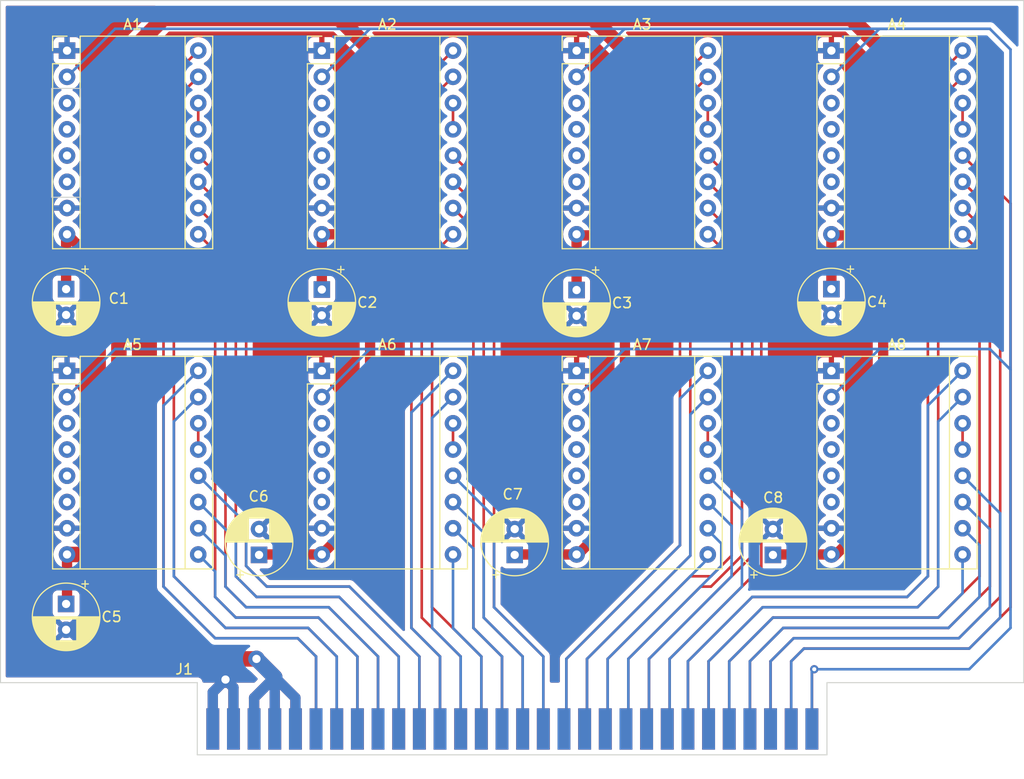
<source format=kicad_pcb>
(kicad_pcb (version 20211014) (generator pcbnew)
  (layers (0 "F.Cu" signal) (31 "B.Cu" signal) (34 "B.Paste" user) (35 "F.Paste" user) (36 "B.SilkS" user "B.Silkscreen") (37 "F.SilkS" user "F.Silkscreen") (38 "B.Mask" user) (39 "F.Mask" user) (44 "Edge.Cuts" user))
  (net 0 "")
  (net 1 "GND")
  (net 2 "+5V")
  (net 7 "VCC")
  (net 8 "A1EN")
  (net 9 "A1MS1")
  (net 10 "A1MS2")
  (net 11 "A1MS3")
  (net 12 "Net-(A1-Pad13)")
  (net 13 "A1STEP")
  (net 14 "DIR1")
  (net 19 "A2EN")
  (net 20 "A2MS1")
  (net 21 "A2MS2")
  (net 22 "A2MS3")
  (net 23 "Net-(A2-Pad13)")
  (net 24 "A2STEP")
  (net 25 "DIR2")
  (net 30 "A3EN")
  (net 31 "A3MS1")
  (net 32 "A3MS2")
  (net 33 "A3MS3")
  (net 34 "Net-(A3-Pad13)")
  (net 35 "A3STEP")
  (net 36 "DIR3")
  (net 41 "A4EN")
  (net 42 "A4MS1")
  (net 43 "A4MS2")
  (net 44 "A4MS3")
  (net 45 "Net-(A4-Pad13)")
  (net 46 "A4STEP")
  (net 47 "DIR4")
  (net 52 "A5EN")
  (net 53 "A5MS1")
  (net 54 "A5MS2")
  (net 55 "A5MS3")
  (net 56 "Net-(A5-Pad13)")
  (net 57 "A5STEP")
  (net 58 "DIR5")
  (net 63 "A6EN")
  (net 64 "A6MS1")
  (net 65 "A6MS2")
  (net 66 "A6MS3")
  (net 67 "Net-(A6-Pad13)")
  (net 68 "A6STEP")
  (net 69 "DIR6")
  (net 74 "A7EN")
  (net 75 "A7MS1")
  (net 76 "A7MS2")
  (net 77 "A7MS3")
  (net 78 "Net-(A7-Pad13)")
  (net 79 "A7STEP")
  (net 80 "DIR7")
  (net 85 "A8EN")
  (net 86 "A8MS1")
  (net 87 "A8MS2")
  (net 88 "A8MS3")
  (net 89 "Net-(A8-Pad13)")
  (net 90 "A8STEP")
  (net 91 "DIR8")
  (footprint "Capacitor_THT:CP_Radial_D6.3mm_P2.50mm" (layer "F.Cu") (at 134.25 101.93238 90)
    (fp_text reference "C6")
    (fp_text value "C_Polarized_US")
  )
  (footprint "Module:Pololu_Breakout-16_15.2x20.3mm" (layer "F.Cu") (at 189.66 84.11)
    (fp_text reference "A8")
    (fp_text value "Pololu_Breakout_A4988")
  )
  (footprint "Module:Pololu_Breakout-16_15.2x20.3mm" (layer "F.Cu") (at 164.993332 84.11)
    (fp_text reference "A7")
    (fp_text value "Pololu_Breakout_A4988")
  )
  (footprint "Module:Pololu_Breakout-16_15.2x20.3mm" (layer "F.Cu") (at 164.993332 53.11)
    (fp_text reference "A3")
    (fp_text value "Pololu_Breakout_A4988")
  )
  (footprint "Module:Pololu_Breakout-16_15.2x20.3mm" (layer "F.Cu") (at 140.326666 53.11)
    (fp_text reference "A2")
    (fp_text value "Pololu_Breakout_A4988")
  )
  (footprint "Capacitor_THT:CP_Radial_D6.3mm_P2.50mm" (layer "F.Cu") (at 159 101.93238 90)
    (fp_text reference "C7")
    (fp_text value "C_Polarized_US")
  )
  (footprint "Capacitor_THT:CP_Radial_D6.3mm_P2.50mm" (layer "F.Cu") (at 140.326666 76.24 -90)
    (fp_text reference "C2")
    (fp_text value "C_Polarized_US")
  )
  (footprint "Module:Pololu_Breakout-16_15.2x20.3mm" (layer "F.Cu") (at 115.66 53.11)
    (fp_text reference "A1")
    (fp_text value "Pololu_Breakout_A4988")
  )
  (footprint "Capacitor_THT:CP_Radial_D6.3mm_P2.50mm" (layer "F.Cu") (at 115.57 106.68 -90)
    (fp_text reference "C5")
    (fp_text value "C_Polarized_US")
  )
  (footprint "LIBRARIES:MEC2-30-01-J-TH1-NP-WT-EDGECARD" (layer "F.Cu") (at 128.27 121.285)
    (fp_text reference "J1")
    (fp_text value "MEC2-30-01-X-TH1-NP-WT")
  )
  (footprint "Capacitor_THT:CP_Radial_D6.3mm_P2.50mm" (layer "F.Cu") (at 115.57 76.2 -90)
    (fp_text reference "C1")
    (fp_text value "C_Polarized_US")
  )
  (footprint "Module:Pololu_Breakout-16_15.2x20.3mm" (layer "F.Cu") (at 140.326666 84.11)
    (fp_text reference "A6")
    (fp_text value "Pololu_Breakout_A4988")
  )
  (footprint "Module:Pololu_Breakout-16_15.2x20.3mm" (layer "F.Cu") (at 189.66 53.11)
    (fp_text reference "A4")
    (fp_text value "Pololu_Breakout_A4988")
  )
  (footprint "Capacitor_THT:CP_Radial_D6.3mm_P2.50mm" (layer "F.Cu") (at 189.66 76.2 -90)
    (fp_text reference "C4")
    (fp_text value "C_Polarized_US")
  )
  (footprint "Capacitor_THT:CP_Radial_D6.3mm_P2.50mm" (layer "F.Cu") (at 184 101.932379 90)
    (fp_text reference "C8")
    (fp_text value "C_Polarized_US")
  )
  (footprint "Capacitor_THT:CP_Radial_D6.3mm_P2.50mm" (layer "F.Cu") (at 164.993332 76.287621 -90)
    (fp_text reference "C3")
    (fp_text value "C_Polarized_US")
  )
  (footprint "Module:Pololu_Breakout-16_15.2x20.3mm" (layer "F.Cu") (at 115.66 84.11)
    (fp_text reference "A5")
    (fp_text value "Pololu_Breakout_A4988")
  )
  (gr_line (start 208.28 114.3) (end 208.28 48.26) (layer "Edge.Cuts") (width 0.1))
  (gr_line (start 208.28 48.26) (end 109.22 48.26) (layer "Edge.Cuts") (width 0.1))
  (gr_line (start 109.22 48.26) (end 109.22 114.3) (layer "Edge.Cuts") (width 0.1))
  (gr_line (start 128.27 121.285) (end 189.23 121.285) (layer "Edge.Cuts") (width 0.1))
  (gr_line (start 189.23 121.285) (end 189.23 114.3) (layer "Edge.Cuts") (width 0.1))
  (gr_rect (start 114.173 56.769) (end 116.967 67.31) (layer "Edge.Cuts") (width 0.1) (fill none))
  (gr_line (start 109.22 114.3) (end 128.27 114.3) (layer "Edge.Cuts") (width 0.1))
  (gr_line (start 189.23 114.3) (end 208.28 114.3) (layer "Edge.Cuts") (width 0.1))
  (gr_line (start 128.27 114.3) (end 128.27 121.285) (layer "Edge.Cuts") (width 0.1))
  (segment (start 131 114) (end 129.77 115.23) (width 1) (layer "F.Cu") (net 1))
  (segment (start 131 114) (end 131.77 114.77) (width 1) (layer "F.Cu") (net 1))
  (segment (start 131.77 114.77) (end 131.77 118.785) (width 1) (layer "F.Cu") (net 1))
  (segment (start 129.77 115.23) (end 129.77 118.785) (width 1) (layer "F.Cu") (net 1))
  (via (at 131 114) (size 1.6) (drill 0.8) (layers "F.Cu" "B.Cu") (net 1))
  (segment (start 126.18 109.18) (end 115.57 109.18) (width 1.5) (layer "B.Cu") (net 1))
  (segment (start 131.77 114.77) (end 131.77 118.785) (width 1) (layer "B.Cu") (net 1))
  (segment (start 131 114) (end 126.18 109.18) (width 1.5) (layer "B.Cu") (net 1))
  (segment (start 129.77 115.23) (end 129.77 118.785) (width 1) (layer "B.Cu") (net 1))
  (segment (start 131 114) (end 131.77 114.77) (width 1) (layer "B.Cu") (net 1))
  (segment (start 131 114) (end 129.77 115.23) (width 1) (layer "B.Cu") (net 1))
  (segment (start 187.77 113.23) (end 188 113) (width 0.254) (layer "F.Cu") (net 2))
  (segment (start 187.77 118.785) (end 187.77 113.23) (width 0.254) (layer "F.Cu") (net 2))
  (via (at 188 113) (size 0.8) (drill 0.4) (layers "F.Cu" "B.Cu") (net 2))
  (segment (start 207 109) (end 203 113) (width 0.254) (layer "B.Cu") (net 2))
  (segment (start 169.643332 51) (end 170 51) (width 0.254) (layer "B.Cu") (net 2))
  (segment (start 195 82) (end 170 82) (width 0.254) (layer "B.Cu") (net 2))
  (segment (start 145 82) (end 120.31 82) (width 0.254) (layer "B.Cu") (net 2))
  (segment (start 120.31 82) (end 115.66 86.65) (width 0.254) (layer "B.Cu") (net 2))
  (segment (start 205 51) (end 195 51) (width 0.254) (layer "B.Cu") (net 2))
  (segment (start 194.31 82) (end 195 82) (width 0.254) (layer "B.Cu") (net 2))
  (segment (start 207 53) (end 205 51) (width 0.254) (layer "B.Cu") (net 2))
  (segment (start 144.976666 82) (end 145 82) (width 0.254) (layer "B.Cu") (net 2))
  (segment (start 207 53) (end 207 84) (width 0.254) (layer "B.Cu") (net 2))
  (segment (start 120.31 51) (end 115.66 55.65) (width 0.254) (layer "B.Cu") (net 2))
  (segment (start 170 51) (end 120.31 51) (width 0.254) (layer "B.Cu") (net 2))
  (segment (start 140.326666 86.65) (end 144.976666 82) (width 0.254) (layer "B.Cu") (net 2))
  (segment (start 189.66 86.65) (end 194.31 82) (width 0.254) (layer "B.Cu") (net 2))
  (segment (start 207 84) (end 205 82) (width 0.254) (layer "B.Cu") (net 2))
  (segment (start 164.993332 86.65) (end 169.643332 82) (width 0.254) (layer "B.Cu") (net 2))
  (segment (start 169.643332 82) (end 170 82) (width 0.254) (layer "B.Cu") (net 2))
  (segment (start 189.66 55.65) (end 194.31 51) (width 0.254) (layer "B.Cu") (net 2))
  (segment (start 194.31 51) (end 195 51) (width 0.254) (layer "B.Cu") (net 2))
  (segment (start 188 113) (end 187.77 113.23) (width 0.254) (layer "B.Cu") (net 2))
  (segment (start 207 84) (end 207 109) (width 0.254) (layer "B.Cu") (net 2))
  (segment (start 203 113) (end 188 113) (width 0.254) (layer "B.Cu") (net 2))
  (segment (start 170 82) (end 145 82) (width 0.254) (layer "B.Cu") (net 2))
  (segment (start 164.993332 55.65) (end 169.643332 51) (width 0.254) (layer "B.Cu") (net 2))
  (segment (start 140.326666 55.65) (end 144.976666 51) (width 0.254) (layer "B.Cu") (net 2))
  (segment (start 205 82) (end 195 82) (width 0.254) (layer "B.Cu") (net 2))
  (segment (start 195 51) (end 170 51) (width 0.254) (layer "B.Cu") (net 2))
  (segment (start 187.77 113.23) (end 187.77 118.785) (width 0.254) (layer "B.Cu") (net 2))
  (segment (start 194.673334 69.11) (end 194.673334 97.326666) (width 1) (layer "F.Cu") (net 7))
  (segment (start 140.326666 101.89) (end 134.29238 101.89) (width 1) (layer "F.Cu") (net 7))
  (segment (start 164.993332 101.89) (end 159.04238 101.89) (width 1) (layer "F.Cu") (net 7))
  (segment (start 169.673334 69.11) (end 169.673334 97.326666) (width 1) (layer "F.Cu") (net 7))
  (segment (start 134 112) (end 135.77 113.77) (width 1.5) (layer "F.Cu") (net 7))
  (segment (start 133.77 118.785) (end 133.77 115.77) (width 1) (layer "F.Cu") (net 7))
  (segment (start 190 71) (end 192.783334 71) (width 1) (layer "F.Cu") (net 7))
  (segment (start 189.66 101.89) (end 184.042379 101.89) (width 1) (layer "F.Cu") (net 7))
  (segment (start 118.89 101.89) (end 115.66 101.89) (width 1.5) (layer "F.Cu") (net 7))
  (segment (start 165 71) (end 167.783334 71) (width 1) (layer "F.Cu") (net 7))
  (segment (start 194.673334 97.326666) (end 190 102) (width 1) (layer "F.Cu") (net 7))
  (segment (start 140.326666 70.89) (end 140.326666 76.24) (width 1) (layer "F.Cu") (net 7))
  (segment (start 142 50) (end 191.563334 50) (width 1.5) (layer "F.Cu") (net 7))
  (segment (start 145 53) (end 145 69) (width 1.5) (layer "F.Cu") (net 7))
  (segment (start 164.993332 70.89) (end 164.993332 76.287621) (width 1) (layer "F.Cu") (net 7))
  (segment (start 137.77 115.77) (end 135.77 113.77) (width 1) (layer "F.Cu") (net 7))
  (segment (start 135.77 118.785) (end 135.77 113.77) (width 1) (layer "F.Cu") (net 7))
  (segment (start 133.77 115.77) (end 135.77 113.77) (width 1) (layer "F.Cu") (net 7))
  (segment (start 145 69) (end 145 97.216666) (width 1) (layer "F.Cu") (net 7))
  (segment (start 120.68 54.32) (end 125 50) (width 1.5) (layer "F.Cu") (net 7))
  (segment (start 120.68 76.68) (end 120.68 54.32) (width 1.5) (layer "F.Cu") (net 7))
  (segment (start 184.042379 101.89) (end 184 101.932379) (width 1) (layer "F.Cu") (net 7))
  (segment (start 125 50) (end 142 50) (width 1.5) (layer "F.Cu") (net 7))
  (segment (start 115.66 70.89) (end 120.68 75.91) (width 1) (layer "F.Cu") (net 7))
  (segment (start 194.673334 53.11) (end 194.673334 69.11) (width 1.5) (layer "F.Cu") (net 7))
  (segment (start 191.563334 50) (end 194.673334 53.11) (width 1.5) (layer "F.Cu") (net 7))
  (segment (start 189.66 76.2) (end 189.66 70.89) (width 1) (layer "F.Cu") (net 7))
  (segment (start 169.673334 97.326666) (end 165 102) (width 1) (layer "F.Cu") (net 7))
  (segment (start 140.326666 70.89) (end 143.11 70.89) (width 1) (layer "F.Cu") (net 7))
  (segment (start 145 97.216666) (end 140.326666 101.89) (width 1) (layer "F.Cu") (net 7))
  (segment (start 120.68 103.68) (end 120.68 76.68) (width 1.5) (layer "F.Cu") (net 7))
  (segment (start 115.66 106.59) (end 115.57 106.68) (width 1) (layer "F.Cu") (net 7))
  (segment (start 120.68 75.91) (end 120.68 76.68) (width 1) (layer "F.Cu") (net 7))
  (segment (start 167.783334 71) (end 169.673334 69.11) (width 1) (layer "F.Cu") (net 7))
  (segment (start 143.11 70.89) (end 145 69) (width 1) (layer "F.Cu") (net 7))
  (segment (start 134.29238 101.89) (end 134.25 101.93238) (width 1) (layer "F.Cu") (net 7))
  (segment (start 169.673334 53.11) (end 169.673334 69.11) (width 1.5) (layer "F.Cu") (net 7))
  (segment (start 142 50) (end 145 53) (width 1.5) (layer "F.Cu") (net 7))
  (segment (start 115.57 76.2) (end 115.57 70.98) (width 1) (layer "F.Cu") (net 7))
  (segment (start 129 112) (end 120.68 103.68) (width 1.5) (layer "F.Cu") (net 7))
  (segment (start 120.68 103.68) (end 118.89 101.89) (width 1.5) (layer "F.Cu") (net 7))
  (segment (start 166.673334 50.11) (end 169.673334 53.11) (width 1.5) (layer "F.Cu") (net 7))
  (segment (start 192.783334 71) (end 194.673334 69.11) (width 1) (layer "F.Cu") (net 7))
  (segment (start 115.66 101.89) (end 115.66 106.59) (width 1) (layer "F.Cu") (net 7))
  (segment (start 137.77 118.785) (end 137.77 115.77) (width 1) (layer "F.Cu") (net 7))
  (segment (start 134 112) (end 129 112) (width 1.5) (layer "F.Cu") (net 7))
  (segment (start 159.04238 101.89) (end 159 101.93238) (width 1) (layer "F.Cu") (net 7))
  (segment (start 115.57 70.98) (end 115.66 70.89) (width 1) (layer "F.Cu") (net 7))
  (via (at 134 112) (size 1.6) (drill 0.8) (layers "F.Cu" "B.Cu") (net 7))
  (segment (start 137.77 118.785) (end 137.77 115.77) (width 1) (layer "B.Cu") (net 7))
  (segment (start 133.77 118.785) (end 133.77 115.77) (width 1) (layer "B.Cu") (net 7))
  (segment (start 137.77 115.77) (end 135.77 113.77) (width 1) (layer "B.Cu") (net 7))
  (segment (start 133.77 115.77) (end 135.77 113.77) (width 1) (layer "B.Cu") (net 7))
  (segment (start 134 112) (end 135.77 113.77) (width 1.5) (layer "B.Cu") (net 7))
  (segment (start 135.77 118.785) (end 135.77 113.77) (width 1) (layer "B.Cu") (net 7))
  (segment (start 132 108) (end 140 108) (width 0.254) (layer "F.Cu") (net 8))
  (segment (start 128.36 70.89) (end 130 72.53) (width 0.254) (layer "F.Cu") (net 8))
  (segment (start 130 72.53) (end 130 106) (width 0.254) (layer "F.Cu") (net 8))
  (segment (start 140 108) (end 143.77 111.77) (width 0.254) (layer "F.Cu") (net 8))
  (segment (start 143.77 111.77) (end 143.77 118.785) (width 0.254) (layer "F.Cu") (net 8))
  (segment (start 130 106) (end 132 108) (width 0.254) (layer "F.Cu") (net 8))
  (segment (start 131 105) (end 133 107) (width 0.254) (layer "F.Cu") (net 9))
  (segment (start 133 107) (end 141 107) (width 0.254) (layer "F.Cu") (net 9))
  (segment (start 145.77 111.77) (end 145.77 118.785) (width 0.254) (layer "F.Cu") (net 9))
  (segment (start 131 70.99) (end 131 105) (width 0.254) (layer "F.Cu") (net 9))
  (segment (start 128.36 68.35) (end 131 70.99) (width 0.254) (layer "F.Cu") (net 9))
  (segment (start 141 107) (end 145.77 111.77) (width 0.254) (layer "F.Cu") (net 9))
  (segment (start 142 106) (end 147.77 111.77) (width 0.254) (layer "F.Cu") (net 10))
  (segment (start 128.36 65.81) (end 132 69.45) (width 0.254) (layer "F.Cu") (net 10))
  (segment (start 132 104) (end 134 106) (width 0.254) (layer "F.Cu") (net 10))
  (segment (start 147.77 111.77) (end 147.77 118.785) (width 0.254) (layer "F.Cu") (net 10))
  (segment (start 134 106) (end 142 106) (width 0.254) (layer "F.Cu") (net 10))
  (segment (start 132 69.45) (end 132 104) (width 0.254) (layer "F.Cu") (net 10))
  (segment (start 143 105) (end 149.77 111.77) (width 0.254) (layer "F.Cu") (net 11))
  (segment (start 128.36 63.27) (end 133 67.91) (width 0.254) (layer "F.Cu") (net 11))
  (segment (start 133 103) (end 135 105) (width 0.254) (layer "F.Cu") (net 11))
  (segment (start 135 105) (end 143 105) (width 0.254) (layer "F.Cu") (net 11))
  (segment (start 149.77 111.77) (end 149.77 118.785) (width 0.254) (layer "F.Cu") (net 11))
  (segment (start 133 67.91) (end 133 103) (width 0.254) (layer "F.Cu") (net 11))
  (segment (start 128.36 58.19) (end 128.36 60.73) (width 0.254) (layer "F.Cu") (net 12))
  (segment (start 126 58.01) (end 126 104) (width 0.254) (layer "F.Cu") (net 13))
  (segment (start 126 104) (end 131 109) (width 0.254) (layer "F.Cu") (net 13))
  (segment (start 139 109) (end 141.77 111.77) (width 0.254) (layer "F.Cu") (net 13))
  (segment (start 131 109) (end 139 109) (width 0.254) (layer "F.Cu") (net 13))
  (segment (start 128.36 55.65) (end 126 58.01) (width 0.254) (layer "F.Cu") (net 13))
  (segment (start 141.77 111.77) (end 141.77 118.785) (width 0.254) (layer "F.Cu") (net 13))
  (segment (start 139.77 111.77) (end 139.77 118.785) (width 0.254) (layer "F.Cu") (net 14))
  (segment (start 138 110) (end 139.77 111.77) (width 0.254) (layer "F.Cu") (net 14))
  (segment (start 130 110) (end 138 110) (width 0.254) (layer "F.Cu") (net 14))
  (segment (start 125 105) (end 130 110) (width 0.254) (layer "F.Cu") (net 14))
  (segment (start 128.36 53.11) (end 125 56.47) (width 0.254) (layer "F.Cu") (net 14))
  (segment (start 125 56.47) (end 125 105) (width 0.254) (layer "F.Cu") (net 14))
  (segment (start 151 72.916666) (end 151 107) (width 0.254) (layer "F.Cu") (net 19))
  (segment (start 151 107) (end 155.77 111.77) (width 0.254) (layer "F.Cu") (net 19))
  (segment (start 155.77 111.77) (end 155.77 118.785) (width 0.254) (layer "F.Cu") (net 19))
  (segment (start 153.026666 70.89) (end 151 72.916666) (width 0.254) (layer "F.Cu") (net 19))
  (segment (start 153.026666 68.35) (end 155 70.323334) (width 0.254) (layer "F.Cu") (net 20))
  (segment (start 155 70.323334) (end 155 109) (width 0.254) (layer "F.Cu") (net 20))
  (segment (start 157.77 111.77) (end 157.77 118.785) (width 0.254) (layer "F.Cu") (net 20))
  (segment (start 155 109) (end 157.77 111.77) (width 0.254) (layer "F.Cu") (net 20))
  (segment (start 153.026666 65.81) (end 156 68.783334) (width 0.254) (layer "F.Cu") (net 21))
  (segment (start 159.77 111.77) (end 159.77 118.785) (width 0.254) (layer "F.Cu") (net 21))
  (segment (start 156 108) (end 159.77 111.77) (width 0.254) (layer "F.Cu") (net 21))
  (segment (start 156 68.783334) (end 156 108) (width 0.254) (layer "F.Cu") (net 21))
  (segment (start 153.026666 63.27) (end 157 67.243334) (width 0.254) (layer "F.Cu") (net 22))
  (segment (start 157 67.243334) (end 157 107) (width 0.254) (layer "F.Cu") (net 22))
  (segment (start 157 107) (end 161.77 111.77) (width 0.254) (layer "F.Cu") (net 22))
  (segment (start 161.77 111.77) (end 161.77 118.785) (width 0.254) (layer "F.Cu") (net 22))
  (segment (start 153.026666 58.19) (end 153.026666 60.73) (width 0.254) (layer "F.Cu") (net 23))
  (segment (start 153.77 111.77) (end 153.77 118.785) (width 0.254) (layer "F.Cu") (net 24))
  (segment (start 153.026666 55.65) (end 150 58.676666) (width 0.254) (layer "F.Cu") (net 24))
  (segment (start 150 58.676666) (end 150 108) (width 0.254) (layer "F.Cu") (net 24))
  (segment (start 150 108) (end 153.77 111.77) (width 0.254) (layer "F.Cu") (net 24))
  (segment (start 151.77 111.77) (end 151.77 118.785) (width 0.254) (layer "F.Cu") (net 25))
  (segment (start 149 57.136666) (end 149 109) (width 0.254) (layer "F.Cu") (net 25))
  (segment (start 153.026666 53.11) (end 149 57.136666) (width 0.254) (layer "F.Cu") (net 25))
  (segment (start 149 109) (end 151.77 111.77) (width 0.254) (layer "F.Cu") (net 25))
  (segment (start 177.693332 70.89) (end 180 73.196668) (width 0.254) (layer "F.Cu") (net 30))
  (segment (start 168 118.555) (end 167.77 118.785) (width 0.254) (layer "F.Cu") (net 30))
  (segment (start 180 73.196668) (end 180 102) (width 0.254) (layer "F.Cu") (net 30))
  (segment (start 176 104) (end 168 112) (width 0.254) (layer "F.Cu") (net 30))
  (segment (start 178 104) (end 176 104) (width 0.254) (layer "F.Cu") (net 30))
  (segment (start 180 102) (end 178 104) (width 0.254) (layer "F.Cu") (net 30))
  (segment (start 168 112) (end 168 118.555) (width 0.254) (layer "F.Cu") (net 30))
  (segment (start 181 102) (end 178 105) (width 0.254) (layer "F.Cu") (net 31))
  (segment (start 181 71.656668) (end 181 102) (width 0.254) (layer "F.Cu") (net 31))
  (segment (start 178 105) (end 177 105) (width 0.254) (layer "F.Cu") (net 31))
  (segment (start 177.693332 68.35) (end 181 71.656668) (width 0.254) (layer "F.Cu") (net 31))
  (segment (start 170 118.555) (end 169.77 118.785) (width 0.254) (layer "F.Cu") (net 31))
  (segment (start 170 112) (end 170 118.555) (width 0.254) (layer "F.Cu") (net 31))
  (segment (start 177 105) (end 170 112) (width 0.254) (layer "F.Cu") (net 31))
  (segment (start 172 112) (end 172 117) (width 0.254) (layer "F.Cu") (net 32))
  (segment (start 182 102) (end 172 112) (width 0.254) (layer "F.Cu") (net 32))
  (segment (start 177.693332 65.81) (end 182 70.116668) (width 0.254) (layer "F.Cu") (net 32))
  (segment (start 182 70.116668) (end 182 102) (width 0.254) (layer "F.Cu") (net 32))
  (segment (start 182.873489 103.126511) (end 174 112) (width 0.254) (layer "F.Cu") (net 33))
  (segment (start 182.873489 68.450157) (end 182.873489 103.126511) (width 0.254) (layer "F.Cu") (net 33))
  (segment (start 174 112) (end 174 117) (width 0.254) (layer "F.Cu") (net 33))
  (segment (start 177.693332 63.27) (end 182.873489 68.450157) (width 0.254) (layer "F.Cu") (net 33))
  (segment (start 177.693332 58.19) (end 177.693332 60.73) (width 0.254) (layer "F.Cu") (net 34))
  (segment (start 177.693332 55.65) (end 176 57.343332) (width 0.254) (layer "F.Cu") (net 35))
  (segment (start 176 102) (end 166 112) (width 0.254) (layer "F.Cu") (net 35))
  (segment (start 166 112) (end 166 117) (width 0.254) (layer "F.Cu") (net 35))
  (segment (start 176 57.343332) (end 176 102) (width 0.254) (layer "F.Cu") (net 35))
  (segment (start 164 112) (end 164 117) (width 0.254) (layer "F.Cu") (net 36))
  (segment (start 175 101) (end 164 112) (width 0.254) (layer "F.Cu") (net 36))
  (segment (start 175 55.803332) (end 175 101) (width 0.254) (layer "F.Cu") (net 36))
  (segment (start 177.693332 53.11) (end 175 55.803332) (width 0.254) (layer "F.Cu") (net 36))
  (segment (start 204 72.53) (end 204 104) (width 0.254) (layer "F.Cu") (net 41))
  (segment (start 200 108) (end 184 108) (width 0.254) (layer "F.Cu") (net 41))
  (segment (start 202.36 70.89) (end 204 72.53) (width 0.254) (layer "F.Cu") (net 41))
  (segment (start 204 104) (end 200 108) (width 0.254) (layer "F.Cu") (net 41))
  (segment (start 184 108) (end 179.77 112.23) (width 0.254) (layer "F.Cu") (net 41))
  (segment (start 179.77 112.23) (end 179.77 118.785) (width 0.254) (layer "F.Cu") (net 41))
  (segment (start 205 70.99) (end 205 105) (width 0.254) (layer "F.Cu") (net 42))
  (segment (start 181.77 112.23) (end 181.77 118.785) (width 0.254) (layer "F.Cu") (net 42))
  (segment (start 185 109) (end 181.77 112.23) (width 0.254) (layer "F.Cu") (net 42))
  (segment (start 201 109) (end 185 109) (width 0.254) (layer "F.Cu") (net 42))
  (segment (start 202.36 68.35) (end 205 70.99) (width 0.254) (layer "F.Cu") (net 42))
  (segment (start 205 105) (end 201 109) (width 0.254) (layer "F.Cu") (net 42))
  (segment (start 202 110) (end 186 110) (width 0.254) (layer "F.Cu") (net 43))
  (segment (start 183.77 112.23) (end 183.77 118.785) (width 0.254) (layer "F.Cu") (net 43))
  (segment (start 206 106) (end 202 110) (width 0.254) (layer "F.Cu") (net 43))
  (segment (start 186 110) (end 183.77 112.23) (width 0.254) (layer "F.Cu") (net 43))
  (segment (start 202.36 65.81) (end 206 69.45) (width 0.254) (layer "F.Cu") (net 43))
  (segment (start 206 69.45) (end 206 106) (width 0.254) (layer "F.Cu") (net 43))
  (segment (start 207 67.91) (end 207 107) (width 0.254) (layer "F.Cu") (net 44))
  (segment (start 202.36 63.27) (end 207 67.91) (width 0.254) (layer "F.Cu") (net 44))
  (segment (start 203 111) (end 187 111) (width 0.254) (layer "F.Cu") (net 44))
  (segment (start 185.77 112.23) (end 185.77 118.785) (width 0.254) (layer "F.Cu") (net 44))
  (segment (start 207 107) (end 203 111) (width 0.254) (layer "F.Cu") (net 44))
  (segment (start 187 111) (end 185.77 112.23) (width 0.254) (layer "F.Cu") (net 44))
  (segment (start 202.36 58.19) (end 202.36 60.73) (width 0.254) (layer "F.Cu") (net 45))
  (segment (start 200 58.01) (end 200 105) (width 0.254) (layer "F.Cu") (net 46))
  (segment (start 183 107) (end 177.77 112.23) (width 0.254) (layer "F.Cu") (net 46))
  (segment (start 202.36 55.65) (end 200 58.01) (width 0.254) (layer "F.Cu") (net 46))
  (segment (start 177.77 112.23) (end 177.77 118.785) (width 0.254) (layer "F.Cu") (net 46))
  (segment (start 200 105) (end 198 107) (width 0.254) (layer "F.Cu") (net 46))
  (segment (start 198 107) (end 183 107) (width 0.254) (layer "F.Cu") (net 46))
  (segment (start 197 106) (end 182 106) (width 0.254) (layer "F.Cu") (net 47))
  (segment (start 175.77 112.23) (end 175.77 118.785) (width 0.254) (layer "F.Cu") (net 47))
  (segment (start 199 56.47) (end 199 104) (width 0.254) (layer "F.Cu") (net 47))
  (segment (start 182 106) (end 175.77 112.23) (width 0.254) (layer "F.Cu") (net 47))
  (segment (start 199 104) (end 197 106) (width 0.254) (layer "F.Cu") (net 47))
  (segment (start 202.36 53.11) (end 199 56.47) (width 0.254) (layer "F.Cu") (net 47))
  (segment (start 132 108) (end 140 108) (width 0.254) (layer "B.Cu") (net 52))
  (segment (start 140 108) (end 143.77 111.77) (width 0.254) (layer "B.Cu") (net 52))
  (segment (start 128.36 101.89) (end 130 103.53) (width 0.254) (layer "B.Cu") (net 52))
  (segment (start 143.77 111.77) (end 143.77 118.785) (width 0.254) (layer "B.Cu") (net 52))
  (segment (start 130 106) (end 132 108) (width 0.254) (layer "B.Cu") (net 52))
  (segment (start 130 103.53) (end 130 106) (width 0.254) (layer "B.Cu") (net 52))
  (segment (start 133 107) (end 141 107) (width 0.254) (layer "B.Cu") (net 53))
  (segment (start 131 101.99) (end 131 105) (width 0.254) (layer "B.Cu") (net 53))
  (segment (start 131 105) (end 133 107) (width 0.254) (layer "B.Cu") (net 53))
  (segment (start 145.77 111.77) (end 145.77 118.785) (width 0.254) (layer "B.Cu") (net 53))
  (segment (start 141 107) (end 145.77 111.77) (width 0.254) (layer "B.Cu") (net 53))
  (segment (start 128.36 99.35) (end 131 101.99) (width 0.254) (layer "B.Cu") (net 53))
  (segment (start 147.77 111.77) (end 147.77 118.785) (width 0.254) (layer "B.Cu") (net 54))
  (segment (start 134 106) (end 142 106) (width 0.254) (layer "B.Cu") (net 54))
  (segment (start 142 106) (end 147.77 111.77) (width 0.254) (layer "B.Cu") (net 54))
  (segment (start 132 100.45) (end 132 104) (width 0.254) (layer "B.Cu") (net 54))
  (segment (start 132 104) (end 134 106) (width 0.254) (layer "B.Cu") (net 54))
  (segment (start 128.36 96.81) (end 132 100.45) (width 0.254) (layer "B.Cu") (net 54))
  (segment (start 128.36 94.27) (end 133 98.91) (width 0.254) (layer "B.Cu") (net 55))
  (segment (start 133 98.91) (end 133 103) (width 0.254) (layer "B.Cu") (net 55))
  (segment (start 143 105) (end 149.77 111.77) (width 0.254) (layer "B.Cu") (net 55))
  (segment (start 135 105) (end 143 105) (width 0.254) (layer "B.Cu") (net 55))
  (segment (start 149.77 111.77) (end 149.77 118.785) (width 0.254) (layer "B.Cu") (net 55))
  (segment (start 133 103) (end 135 105) (width 0.254) (layer "B.Cu") (net 55))
  (segment (start 128.36 89.19) (end 128.36 91.73) (width 0.254) (layer "F.Cu") (net 56))
  (segment (start 126 104) (end 131 109) (width 0.254) (layer "B.Cu") (net 57))
  (segment (start 131 109) (end 139 109) (width 0.254) (layer "B.Cu") (net 57))
  (segment (start 139 109) (end 141.77 111.77) (width 0.254) (layer "B.Cu") (net 57))
  (segment (start 141.77 111.77) (end 141.77 118.785) (width 0.254) (layer "B.Cu") (net 57))
  (segment (start 128.36 86.65) (end 126 89.01) (width 0.254) (layer "B.Cu") (net 57))
  (segment (start 126 89.01) (end 126 104) (width 0.254) (layer "B.Cu") (net 57))
  (segment (start 130 110) (end 138 110) (width 0.254) (layer "B.Cu") (net 58))
  (segment (start 128.36 84.11) (end 125 87.47) (width 0.254) (layer "B.Cu") (net 58))
  (segment (start 125 87.47) (end 125 105) (width 0.254) (layer "B.Cu") (net 58))
  (segment (start 138 110) (end 139.77 111.77) (width 0.254) (layer "B.Cu") (net 58))
  (segment (start 139.77 111.77) (end 139.77 118.785) (width 0.254) (layer "B.Cu") (net 58))
  (segment (start 125 105) (end 130 110) (width 0.254) (layer "B.Cu") (net 58))
  (segment (start 153.026666 101.89) (end 153.026666 109.026666) (width 0.254) (layer "B.Cu") (net 63))
  (segment (start 155.77 111.77) (end 155.77 118.785) (width 0.254) (layer "B.Cu") (net 63))
  (segment (start 153.026666 109.026666) (end 155.77 111.77) (width 0.254) (layer "B.Cu") (net 63))
  (segment (start 155 109) (end 157.77 111.77) (width 0.254) (layer "B.Cu") (net 64))
  (segment (start 157.77 111.77) (end 157.77 118.785) (width 0.254) (layer "B.Cu") (net 64))
  (segment (start 153.026666 99.35) (end 155 101.323334) (width 0.254) (layer "B.Cu") (net 64))
  (segment (start 155 101.323334) (end 155 109) (width 0.254) (layer "B.Cu") (net 64))
  (segment (start 156 108) (end 159.77 111.77) (width 0.254) (layer "B.Cu") (net 65))
  (segment (start 153.026666 96.81) (end 156 99.783334) (width 0.254) (layer "B.Cu") (net 65))
  (segment (start 156 99.783334) (end 156 108) (width 0.254) (layer "B.Cu") (net 65))
  (segment (start 159.77 111.77) (end 159.77 118.785) (width 0.254) (layer "B.Cu") (net 65))
  (segment (start 161.77 111.77) (end 161.77 118.785) (width 0.254) (layer "B.Cu") (net 66))
  (segment (start 157 98.243334) (end 157 107) (width 0.254) (layer "B.Cu") (net 66))
  (segment (start 153.026666 94.27) (end 157 98.243334) (width 0.254) (layer "B.Cu") (net 66))
  (segment (start 157 107) (end 161.77 111.77) (width 0.254) (layer "B.Cu") (net 66))
  (segment (start 153.026666 89.19) (end 153.026666 91.73) (width 0.254) (layer "F.Cu") (net 67))
  (segment (start 151 109) (end 153.77 111.77) (width 0.254) (layer "B.Cu") (net 68))
  (segment (start 153.026666 86.65) (end 151 88.676666) (width 0.254) (layer "B.Cu") (net 68))
  (segment (start 153.77 111.77) (end 153.77 118.785) (width 0.254) (layer "B.Cu") (net 68))
  (segment (start 151 88.676666) (end 151 109) (width 0.254) (layer "B.Cu") (net 68))
  (segment (start 149 88.136666) (end 149 109) (width 0.254) (layer "B.Cu") (net 69))
  (segment (start 153.026666 84.11) (end 149 88.136666) (width 0.254) (layer "B.Cu") (net 69))
  (segment (start 151.77 111.77) (end 151.77 118.785) (width 0.254) (layer "B.Cu") (net 69))
  (segment (start 149 109) (end 151.77 111.77) (width 0.254) (layer "B.Cu") (net 69))
  (segment (start 177.693332 101.89) (end 177.693332 102.306668) (width 0.254) (layer "B.Cu") (net 74))
  (segment (start 168 112) (end 168 117) (width 0.254) (layer "B.Cu") (net 74))
  (segment (start 177.693332 102.306668) (end 168 112) (width 0.254) (layer "B.Cu") (net 74))
  (segment (start 179 100.828334) (end 179 103) (width 0.254) (layer "B.Cu") (net 75))
  (segment (start 179 103) (end 170 112) (width 0.254) (layer "B.Cu") (net 75))
  (segment (start 170 112) (end 170 117) (width 0.254) (layer "B.Cu") (net 75))
  (segment (start 177.693332 99.35) (end 177.693332 99.521666) (width 0.254) (layer "B.Cu") (net 75))
  (segment (start 177.693332 99.521666) (end 179 100.828334) (width 0.254) (layer "B.Cu") (net 75))
  (segment (start 172 112) (end 172 117) (width 0.254) (layer "B.Cu") (net 76))
  (segment (start 177.693332 96.81) (end 180 99.116668) (width 0.254) (layer "B.Cu") (net 76))
  (segment (start 180 104) (end 172 112) (width 0.254) (layer "B.Cu") (net 76))
  (segment (start 180 99.116668) (end 180 104) (width 0.254) (layer "B.Cu") (net 76))
  (segment (start 174 112) (end 174 117) (width 0.254) (layer "B.Cu") (net 77))
  (segment (start 181 105) (end 174 112) (width 0.254) (layer "B.Cu") (net 77))
  (segment (start 181 97.576668) (end 181 105) (width 0.254) (layer "B.Cu") (net 77))
  (segment (start 177.693332 94.27) (end 181 97.576668) (width 0.254) (layer "B.Cu") (net 77))
  (segment (start 177.693332 89.19) (end 177.693332 91.73) (width 0.254) (layer "F.Cu") (net 78))
  (segment (start 166 112) (end 166 117) (width 0.254) (layer "B.Cu") (net 79))
  (segment (start 176 88.343332) (end 176 102) (width 0.254) (layer "B.Cu") (net 79))
  (segment (start 176 102) (end 166 112) (width 0.254) (layer "B.Cu") (net 79))
  (segment (start 177.693332 86.65) (end 176 88.343332) (width 0.254) (layer "B.Cu") (net 79))
  (segment (start 177.693332 84.11) (end 175 86.803332) (width 0.254) (layer "B.Cu") (net 80))
  (segment (start 164 112) (end 164 117) (width 0.254) (layer "B.Cu") (net 80))
  (segment (start 175 86.803332) (end 175 101) (width 0.254) (layer "B.Cu") (net 80))
  (segment (start 175 101) (end 164 112) (width 0.254) (layer "B.Cu") (net 80))
  (segment (start 202.36 105.64) (end 200 108) (width 0.254) (layer "B.Cu") (net 85))
  (segment (start 202.36 101.89) (end 202.36 105.64) (width 0.254) (layer "B.Cu") (net 85))
  (segment (start 200 108) (end 184 108) (width 0.254) (layer "B.Cu") (net 85))
  (segment (start 184 108) (end 179.77 112.23) (width 0.254) (layer "B.Cu") (net 85))
  (segment (start 179.77 112.23) (end 179.77 118.785) (width 0.254) (layer "B.Cu") (net 85))
  (segment (start 204 106) (end 201 109) (width 0.254) (layer "B.Cu") (net 86))
  (segment (start 185 109) (end 181.77 112.23) (width 0.254) (layer "B.Cu") (net 86))
  (segment (start 201 109) (end 185 109) (width 0.254) (layer "B.Cu") (net 86))
  (segment (start 181.77 112.23) (end 181.77 118.785) (width 0.254) (layer "B.Cu") (net 86))
  (segment (start 204 100.99) (end 204 106) (width 0.254) (layer "B.Cu") (net 86))
  (segment (start 202.36 99.35) (end 204 100.99) (width 0.254) (layer "B.Cu") (net 86))
  (segment (start 202.36 96.81) (end 205 99.45) (width 0.254) (layer "B.Cu") (net 87))
  (segment (start 205 99.45) (end 205 107) (width 0.254) (layer "B.Cu") (net 87))
  (segment (start 205 107) (end 202 110) (width 0.254) (layer "B.Cu") (net 87))
  (segment (start 183.77 112.23) (end 183.77 118.785) (width 0.254) (layer "B.Cu") (net 87))
  (segment (start 186 110) (end 183.77 112.23) (width 0.254) (layer "B.Cu") (net 87))
  (segment (start 202 110) (end 186 110) (width 0.254) (layer "B.Cu") (net 87))
  (segment (start 202.36 94.27) (end 206 97.91) (width 0.254) (layer "B.Cu") (net 88))
  (segment (start 206 97.91) (end 206 108) (width 0.254) (layer "B.Cu") (net 88))
  (segment (start 203 111) (end 187 111) (width 0.254) (layer "B.Cu") (net 88))
  (segment (start 185.77 112.23) (end 185.77 118.785) (width 0.254) (layer "B.Cu") (net 88))
  (segment (start 187 111) (end 185.77 112.23) (width 0.254) (layer "B.Cu") (net 88))
  (segment (start 206 108) (end 203 111) (width 0.254) (layer "B.Cu") (net 88))
  (segment (start 202.36 89.19) (end 202.36 91.73) (width 0.254) (layer "F.Cu") (net 89))
  (segment (start 200 105) (end 198 107) (width 0.254) (layer "B.Cu") (net 90))
  (segment (start 183 107) (end 177.77 112.23) (width 0.254) (layer "B.Cu") (net 90))
  (segment (start 177.77 112.23) (end 177.77 118.785) (width 0.254) (layer "B.Cu") (net 90))
  (segment (start 200 89.01) (end 200 105) (width 0.254) (layer "B.Cu") (net 90))
  (segment (start 202.36 86.65) (end 200 89.01) (width 0.254) (layer "B.Cu") (net 90))
  (segment (start 198 107) (end 183 107) (width 0.254) (layer "B.Cu") (net 90))
  (segment (start 197 106) (end 182 106) (width 0.254) (layer "B.Cu") (net 91))
  (segment (start 202.36 84.11) (end 199 87.47) (width 0.254) (layer "B.Cu") (net 91))
  (segment (start 182 106) (end 175.77 112.23) (width 0.254) (layer "B.Cu") (net 91))
  (segment (start 175.77 112.23) (end 175.77 118.785) (width 0.254) (layer "B.Cu") (net 91))
  (segment (start 199 87.47) (end 199 104) (width 0.254) (layer "B.Cu") (net 91))
  (segment (start 199 104) (end 197 106) (width 0.254) (layer "B.Cu") (net 91))
  (zone (net 1) (net_name "GND") (layers F&B.Cu) (priority 1) (connect_pads (clearance 0.508)) (min_thickness 0.254) (fill yes (thermal_gap 0.508) (thermal_bridge_width 0.508))
    (polygon (pts (xy 208.28 114.3) (xy 109.22 114.3) (xy 109.22 48.26) (xy 208.28 48.26)))
  )
)
</source>
